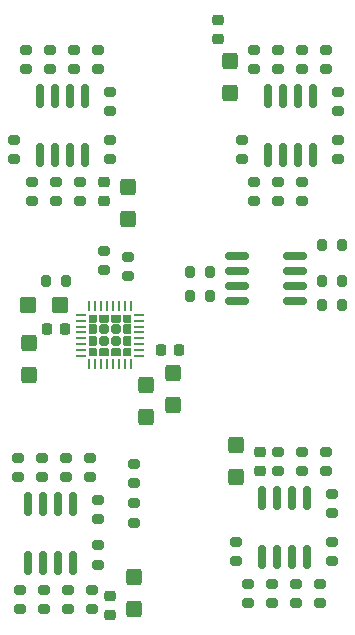
<source format=gbr>
%TF.GenerationSoftware,KiCad,Pcbnew,(6.0.5)*%
%TF.CreationDate,2022-06-21T23:16:53+02:00*%
%TF.ProjectId,eurorack-pmod-pcb,6575726f-7261-4636-9b2d-706d6f642d70,rev?*%
%TF.SameCoordinates,Original*%
%TF.FileFunction,Paste,Top*%
%TF.FilePolarity,Positive*%
%FSLAX46Y46*%
G04 Gerber Fmt 4.6, Leading zero omitted, Abs format (unit mm)*
G04 Created by KiCad (PCBNEW (6.0.5)) date 2022-06-21 23:16:53*
%MOMM*%
%LPD*%
G01*
G04 APERTURE LIST*
G04 Aperture macros list*
%AMRoundRect*
0 Rectangle with rounded corners*
0 $1 Rounding radius*
0 $2 $3 $4 $5 $6 $7 $8 $9 X,Y pos of 4 corners*
0 Add a 4 corners polygon primitive as box body*
4,1,4,$2,$3,$4,$5,$6,$7,$8,$9,$2,$3,0*
0 Add four circle primitives for the rounded corners*
1,1,$1+$1,$2,$3*
1,1,$1+$1,$4,$5*
1,1,$1+$1,$6,$7*
1,1,$1+$1,$8,$9*
0 Add four rect primitives between the rounded corners*
20,1,$1+$1,$2,$3,$4,$5,0*
20,1,$1+$1,$4,$5,$6,$7,0*
20,1,$1+$1,$6,$7,$8,$9,0*
20,1,$1+$1,$8,$9,$2,$3,0*%
%AMFreePoly0*
4,1,48,0.195015,0.341746,0.197191,0.342329,0.200525,0.340774,0.218481,0.337608,0.232451,0.325886,0.248978,0.318179,0.318179,0.248978,0.321152,0.244733,0.323103,0.243606,0.324361,0.240149,0.334819,0.225214,0.336409,0.207049,0.342646,0.189911,0.342646,-0.259112,0.340733,-0.269963,0.341377,-0.273618,0.339521,-0.276832,0.337608,-0.287682,0.323660,-0.304305,0.312807,-0.323103,
0.305724,-0.325681,0.300879,-0.331455,0.279505,-0.335224,0.259112,-0.342646,-0.259112,-0.342646,-0.269963,-0.340733,-0.273618,-0.341377,-0.276832,-0.339521,-0.287682,-0.337608,-0.304305,-0.323660,-0.323103,-0.312807,-0.325681,-0.305724,-0.331455,-0.300879,-0.335224,-0.279505,-0.342646,-0.259112,-0.342646,0.259112,-0.340733,0.269963,-0.341377,0.273618,-0.339521,0.276832,-0.337608,0.287682,
-0.323660,0.304305,-0.312807,0.323103,-0.305724,0.325681,-0.300879,0.331455,-0.279505,0.335224,-0.259112,0.342646,0.189911,0.342646,0.195015,0.341746,0.195015,0.341746,$1*%
%AMFreePoly1*
4,1,17,-0.208698,0.403113,0.269389,0.403113,0.321190,0.381657,0.342646,0.329856,0.342646,-0.329856,0.321190,-0.381657,0.269389,-0.403113,-0.208700,-0.403114,-0.260502,-0.381655,-0.321190,-0.320968,-0.342647,-0.269167,-0.342646,-0.269165,-0.342647,0.269167,-0.321190,0.320968,-0.260501,0.381657,-0.208700,0.403114,-0.208698,0.403113,-0.208698,0.403113,$1*%
%AMFreePoly2*
4,1,48,0.269963,0.340733,0.273618,0.341377,0.276832,0.339521,0.287682,0.337608,0.304305,0.323660,0.323103,0.312807,0.325681,0.305724,0.331455,0.300879,0.335224,0.279505,0.342646,0.259112,0.342646,-0.259112,0.340733,-0.269963,0.341377,-0.273618,0.339521,-0.276832,0.337608,-0.287682,0.323660,-0.304305,0.312807,-0.323103,0.305724,-0.325681,0.300879,-0.331455,0.279505,-0.335224,
0.259112,-0.342646,-0.189911,-0.342646,-0.195015,-0.341746,-0.197191,-0.342329,-0.200525,-0.340774,-0.218481,-0.337608,-0.232451,-0.325886,-0.248978,-0.318179,-0.318179,-0.248978,-0.321152,-0.244733,-0.323103,-0.243606,-0.324361,-0.240149,-0.334819,-0.225214,-0.336409,-0.207049,-0.342646,-0.189911,-0.342646,0.259112,-0.340733,0.269963,-0.341377,0.273618,-0.339521,0.276832,-0.337608,0.287682,
-0.323660,0.304305,-0.312807,0.323103,-0.305724,0.325681,-0.300879,0.331455,-0.279505,0.335224,-0.259112,0.342646,0.259112,0.342646,0.269963,0.340733,0.269963,0.340733,$1*%
%AMFreePoly3*
4,1,17,0.260501,0.381657,0.321190,0.320968,0.342646,0.269165,0.342647,-0.269167,0.338965,-0.278055,0.321188,-0.320969,0.260501,-0.381657,0.208700,-0.403114,0.208698,-0.403113,-0.269389,-0.403113,-0.321190,-0.381657,-0.342646,-0.329856,-0.342646,0.329856,-0.321190,0.381657,-0.269389,0.403113,0.208700,0.403114,0.260501,0.381657,0.260501,0.381657,$1*%
%AMFreePoly4*
4,1,48,0.269963,0.340733,0.273618,0.341377,0.276832,0.339521,0.287682,0.337608,0.304305,0.323660,0.323103,0.312807,0.325681,0.305724,0.331455,0.300879,0.335224,0.279505,0.342646,0.259112,0.342646,-0.259112,0.340733,-0.269963,0.341377,-0.273618,0.339521,-0.276832,0.337608,-0.287682,0.323660,-0.304305,0.312807,-0.323103,0.305724,-0.325681,0.300879,-0.331455,0.279505,-0.335224,
0.259112,-0.342646,-0.259112,-0.342646,-0.269963,-0.340733,-0.273618,-0.341377,-0.276832,-0.339521,-0.287682,-0.337608,-0.304305,-0.323660,-0.323103,-0.312807,-0.325681,-0.305724,-0.331455,-0.300879,-0.335224,-0.279505,-0.342646,-0.259112,-0.342646,0.189911,-0.341746,0.195015,-0.342329,0.197191,-0.340774,0.200525,-0.337608,0.218481,-0.325886,0.232451,-0.318179,0.248978,-0.248978,0.318179,
-0.244733,0.321152,-0.243606,0.323103,-0.240149,0.324361,-0.225214,0.334819,-0.207049,0.336409,-0.189911,0.342646,0.259112,0.342646,0.269963,0.340733,0.269963,0.340733,$1*%
%AMFreePoly5*
4,1,18,0.381657,0.321190,0.403113,0.269389,0.403114,-0.208700,0.399432,-0.217588,0.381655,-0.260502,0.320968,-0.321190,0.269167,-0.342647,0.269165,-0.342646,-0.269167,-0.342647,-0.320969,-0.321188,-0.381657,-0.260501,-0.403114,-0.208700,-0.403113,-0.208698,-0.403113,0.269389,-0.381657,0.321190,-0.329856,0.342646,0.329856,0.342646,0.381657,0.321190,0.381657,0.321190,$1*%
%AMFreePoly6*
4,1,48,0.269963,0.340733,0.273618,0.341377,0.276832,0.339521,0.287682,0.337608,0.304305,0.323660,0.323103,0.312807,0.325681,0.305724,0.331455,0.300879,0.335224,0.279505,0.342646,0.259112,0.342646,-0.189911,0.341746,-0.195015,0.342329,-0.197191,0.340774,-0.200525,0.337608,-0.218481,0.325886,-0.232451,0.318179,-0.248978,0.248978,-0.318179,0.244733,-0.321152,0.243606,-0.323103,
0.240149,-0.324361,0.225214,-0.334819,0.207049,-0.336409,0.189911,-0.342646,-0.259112,-0.342646,-0.269963,-0.340733,-0.273618,-0.341377,-0.276832,-0.339521,-0.287682,-0.337608,-0.304305,-0.323660,-0.323103,-0.312807,-0.325681,-0.305724,-0.331455,-0.300879,-0.335224,-0.279505,-0.342646,-0.259112,-0.342646,0.259112,-0.340733,0.269963,-0.341377,0.273618,-0.339521,0.276832,-0.337608,0.287682,
-0.323660,0.304305,-0.312807,0.323103,-0.305724,0.325681,-0.300879,0.331455,-0.279505,0.335224,-0.259112,0.342646,0.259112,0.342646,0.269963,0.340733,0.269963,0.340733,$1*%
%AMFreePoly7*
4,1,15,0.320968,0.321190,0.381657,0.260501,0.403113,0.208698,0.403113,-0.269389,0.381657,-0.321190,0.329856,-0.342646,-0.329856,-0.342646,-0.381657,-0.321190,-0.403113,-0.269389,-0.403114,0.208700,-0.381657,0.260501,-0.320968,0.321190,-0.269165,0.342646,0.269167,0.342647,0.320968,0.321190,0.320968,0.321190,$1*%
G04 Aperture macros list end*
%ADD10RoundRect,0.200000X0.275000X-0.200000X0.275000X0.200000X-0.275000X0.200000X-0.275000X-0.200000X0*%
%ADD11RoundRect,0.200000X0.200000X0.275000X-0.200000X0.275000X-0.200000X-0.275000X0.200000X-0.275000X0*%
%ADD12RoundRect,0.200000X-0.275000X0.200000X-0.275000X-0.200000X0.275000X-0.200000X0.275000X0.200000X0*%
%ADD13RoundRect,0.225000X-0.225000X-0.250000X0.225000X-0.250000X0.225000X0.250000X-0.225000X0.250000X0*%
%ADD14RoundRect,0.225000X-0.250000X0.225000X-0.250000X-0.225000X0.250000X-0.225000X0.250000X0.225000X0*%
%ADD15RoundRect,0.150000X0.150000X-0.825000X0.150000X0.825000X-0.150000X0.825000X-0.150000X-0.825000X0*%
%ADD16RoundRect,0.250000X-0.425000X0.450000X-0.425000X-0.450000X0.425000X-0.450000X0.425000X0.450000X0*%
%ADD17RoundRect,0.200000X-0.200000X-0.275000X0.200000X-0.275000X0.200000X0.275000X-0.200000X0.275000X0*%
%ADD18FreePoly0,0.000000*%
%ADD19FreePoly1,0.000000*%
%ADD20RoundRect,0.201557X-0.201556X-0.201556X0.201556X-0.201556X0.201556X0.201556X-0.201556X0.201556X0*%
%ADD21FreePoly2,0.000000*%
%ADD22FreePoly3,0.000000*%
%ADD23FreePoly4,0.000000*%
%ADD24FreePoly5,0.000000*%
%ADD25FreePoly6,0.000000*%
%ADD26FreePoly7,0.000000*%
%ADD27RoundRect,0.062500X-0.337500X-0.062500X0.337500X-0.062500X0.337500X0.062500X-0.337500X0.062500X0*%
%ADD28RoundRect,0.062500X-0.062500X-0.337500X0.062500X-0.337500X0.062500X0.337500X-0.062500X0.337500X0*%
%ADD29RoundRect,0.225000X0.250000X-0.225000X0.250000X0.225000X-0.250000X0.225000X-0.250000X-0.225000X0*%
%ADD30RoundRect,0.250000X0.425000X-0.450000X0.425000X0.450000X-0.425000X0.450000X-0.425000X-0.450000X0*%
%ADD31RoundRect,0.225000X0.225000X0.250000X-0.225000X0.250000X-0.225000X-0.250000X0.225000X-0.250000X0*%
%ADD32RoundRect,0.250000X0.450000X0.425000X-0.450000X0.425000X-0.450000X-0.425000X0.450000X-0.425000X0*%
%ADD33RoundRect,0.150000X-0.825000X-0.150000X0.825000X-0.150000X0.825000X0.150000X-0.825000X0.150000X0*%
G04 APERTURE END LIST*
D10*
%TO.C,R29*%
X2032000Y-32321000D03*
X2032000Y-30671000D03*
%TD*%
D11*
%TO.C,R6*%
X17589000Y-49530000D03*
X15939000Y-49530000D03*
%TD*%
D12*
%TO.C,R17*%
X23368000Y-30671000D03*
X23368000Y-32321000D03*
%TD*%
D10*
%TO.C,R42*%
X26924000Y-77533000D03*
X26924000Y-75883000D03*
%TD*%
%TO.C,R47*%
X27940000Y-69913000D03*
X27940000Y-68263000D03*
%TD*%
D12*
%TO.C,R45*%
X22860000Y-75883000D03*
X22860000Y-77533000D03*
%TD*%
%TO.C,R34*%
X3556000Y-76391000D03*
X3556000Y-78041000D03*
%TD*%
D13*
%TO.C,C4*%
X13449000Y-56134000D03*
X14999000Y-56134000D03*
%TD*%
D12*
%TO.C,R30*%
X9144000Y-34227000D03*
X9144000Y-35877000D03*
%TD*%
D14*
%TO.C,C14*%
X8636000Y-41897000D03*
X8636000Y-43447000D03*
%TD*%
D12*
%TO.C,R39*%
X3365000Y-65215000D03*
X3365000Y-66865000D03*
%TD*%
D15*
%TO.C,U5*%
X3175000Y-39559000D03*
X4445000Y-39559000D03*
X5715000Y-39559000D03*
X6985000Y-39559000D03*
X6985000Y-34609000D03*
X5715000Y-34609000D03*
X4445000Y-34609000D03*
X3175000Y-34609000D03*
%TD*%
D11*
%TO.C,R5*%
X28765000Y-47244000D03*
X27115000Y-47244000D03*
%TD*%
D12*
%TO.C,R1*%
X11176000Y-65723000D03*
X11176000Y-67373000D03*
%TD*%
D16*
%TO.C,C10*%
X12192000Y-59102000D03*
X12192000Y-61802000D03*
%TD*%
D17*
%TO.C,R3*%
X15939000Y-51562000D03*
X17589000Y-51562000D03*
%TD*%
D10*
%TO.C,R11*%
X20320000Y-39941000D03*
X20320000Y-38291000D03*
%TD*%
D12*
%TO.C,R43*%
X20828000Y-75883000D03*
X20828000Y-77533000D03*
%TD*%
D10*
%TO.C,R48*%
X23368000Y-66357000D03*
X23368000Y-64707000D03*
%TD*%
D18*
%TO.C,U3*%
X7719000Y-56289000D03*
D19*
X10569000Y-54364000D03*
D20*
X9644000Y-55364000D03*
D21*
X10569000Y-53439000D03*
D22*
X7719000Y-55364000D03*
D23*
X10569000Y-56289000D03*
D19*
X10569000Y-55364000D03*
D24*
X8644000Y-53439000D03*
D22*
X7719000Y-54364000D03*
D24*
X9644000Y-53439000D03*
D25*
X7719000Y-53439000D03*
D20*
X8644000Y-54364000D03*
D26*
X8644000Y-56289000D03*
D20*
X9644000Y-54364000D03*
X8644000Y-55364000D03*
D26*
X9644000Y-56289000D03*
D27*
X6694000Y-53114000D03*
X6694000Y-53614000D03*
X6694000Y-54114000D03*
X6694000Y-54614000D03*
X6694000Y-55114000D03*
X6694000Y-55614000D03*
X6694000Y-56114000D03*
X6694000Y-56614000D03*
D28*
X7394000Y-57314000D03*
X7894000Y-57314000D03*
X8394000Y-57314000D03*
X8894000Y-57314000D03*
X9394000Y-57314000D03*
X9894000Y-57314000D03*
X10394000Y-57314000D03*
X10894000Y-57314000D03*
D27*
X11594000Y-56614000D03*
X11594000Y-56114000D03*
X11594000Y-55614000D03*
X11594000Y-55114000D03*
X11594000Y-54614000D03*
X11594000Y-54114000D03*
X11594000Y-53614000D03*
X11594000Y-53114000D03*
D28*
X10894000Y-52414000D03*
X10394000Y-52414000D03*
X9894000Y-52414000D03*
X9394000Y-52414000D03*
X8894000Y-52414000D03*
X8394000Y-52414000D03*
X7894000Y-52414000D03*
X7394000Y-52414000D03*
%TD*%
D29*
%TO.C,C16*%
X9144000Y-78499000D03*
X9144000Y-76949000D03*
%TD*%
D12*
%TO.C,R27*%
X4064000Y-30671000D03*
X4064000Y-32321000D03*
%TD*%
%TO.C,R25*%
X6604000Y-41847000D03*
X6604000Y-43497000D03*
%TD*%
%TO.C,R33*%
X1524000Y-76391000D03*
X1524000Y-78041000D03*
%TD*%
D10*
%TO.C,R2*%
X11176000Y-70738000D03*
X11176000Y-69088000D03*
%TD*%
%TO.C,R49*%
X25400000Y-66357000D03*
X25400000Y-64707000D03*
%TD*%
D12*
%TO.C,R26*%
X8128000Y-30671000D03*
X8128000Y-32321000D03*
%TD*%
D10*
%TO.C,R22*%
X2540000Y-43497000D03*
X2540000Y-41847000D03*
%TD*%
D12*
%TO.C,R44*%
X19812000Y-72327000D03*
X19812000Y-73977000D03*
%TD*%
D17*
%TO.C,R7*%
X27115000Y-52324000D03*
X28765000Y-52324000D03*
%TD*%
D30*
%TO.C,C11*%
X19812000Y-66882000D03*
X19812000Y-64182000D03*
%TD*%
D12*
%TO.C,R18*%
X25400000Y-30671000D03*
X25400000Y-32321000D03*
%TD*%
D10*
%TO.C,R23*%
X4572000Y-43497000D03*
X4572000Y-41847000D03*
%TD*%
D15*
%TO.C,U4*%
X22479000Y-39559000D03*
X23749000Y-39559000D03*
X25019000Y-39559000D03*
X26289000Y-39559000D03*
X26289000Y-34609000D03*
X25019000Y-34609000D03*
X23749000Y-34609000D03*
X22479000Y-34609000D03*
%TD*%
D17*
%TO.C,R4*%
X27115000Y-50292000D03*
X28765000Y-50292000D03*
%TD*%
D16*
%TO.C,C13*%
X10668000Y-42338000D03*
X10668000Y-45038000D03*
%TD*%
D12*
%TO.C,R37*%
X7429000Y-65215000D03*
X7429000Y-66865000D03*
%TD*%
D30*
%TO.C,C15*%
X11176000Y-78058000D03*
X11176000Y-75358000D03*
%TD*%
D16*
%TO.C,C3*%
X14478000Y-58086000D03*
X14478000Y-60786000D03*
%TD*%
D31*
%TO.C,C6*%
X5347000Y-54356000D03*
X3797000Y-54356000D03*
%TD*%
D30*
%TO.C,C17*%
X19304000Y-34370000D03*
X19304000Y-31670000D03*
%TD*%
D32*
%TO.C,C5*%
X4906000Y-52324000D03*
X2206000Y-52324000D03*
%TD*%
D10*
%TO.C,R46*%
X27940000Y-73977000D03*
X27940000Y-72327000D03*
%TD*%
%TO.C,R10*%
X8636000Y-49339000D03*
X8636000Y-47689000D03*
%TD*%
D12*
%TO.C,R35*%
X5588000Y-76391000D03*
X5588000Y-78041000D03*
%TD*%
D14*
%TO.C,C18*%
X18288000Y-28181000D03*
X18288000Y-29731000D03*
%TD*%
D10*
%TO.C,R9*%
X10668000Y-49847000D03*
X10668000Y-48197000D03*
%TD*%
D15*
%TO.C,U7*%
X21971000Y-73595000D03*
X23241000Y-73595000D03*
X24511000Y-73595000D03*
X25781000Y-73595000D03*
X25781000Y-68645000D03*
X24511000Y-68645000D03*
X23241000Y-68645000D03*
X21971000Y-68645000D03*
%TD*%
D12*
%TO.C,R21*%
X9144000Y-38291000D03*
X9144000Y-39941000D03*
%TD*%
D29*
%TO.C,C12*%
X21844000Y-66307000D03*
X21844000Y-64757000D03*
%TD*%
D12*
%TO.C,R19*%
X21336000Y-30671000D03*
X21336000Y-32321000D03*
%TD*%
%TO.C,R15*%
X25400000Y-41847000D03*
X25400000Y-43497000D03*
%TD*%
D33*
%TO.C,U2*%
X19877000Y-48133000D03*
X19877000Y-49403000D03*
X19877000Y-50673000D03*
X19877000Y-51943000D03*
X24827000Y-51943000D03*
X24827000Y-50673000D03*
X24827000Y-49403000D03*
X24827000Y-48133000D03*
%TD*%
D12*
%TO.C,R20*%
X28448000Y-34227000D03*
X28448000Y-35877000D03*
%TD*%
D10*
%TO.C,R24*%
X1016000Y-39941000D03*
X1016000Y-38291000D03*
%TD*%
D12*
%TO.C,R28*%
X6096000Y-30671000D03*
X6096000Y-32321000D03*
%TD*%
%TO.C,R31*%
X8128000Y-72644000D03*
X8128000Y-74294000D03*
%TD*%
D10*
%TO.C,R13*%
X28448000Y-39941000D03*
X28448000Y-38291000D03*
%TD*%
D12*
%TO.C,R32*%
X7620000Y-76391000D03*
X7620000Y-78041000D03*
%TD*%
D15*
%TO.C,U6*%
X2159000Y-74103000D03*
X3429000Y-74103000D03*
X4699000Y-74103000D03*
X5969000Y-74103000D03*
X5969000Y-69153000D03*
X4699000Y-69153000D03*
X3429000Y-69153000D03*
X2159000Y-69153000D03*
%TD*%
D10*
%TO.C,R36*%
X8128000Y-70421000D03*
X8128000Y-68771000D03*
%TD*%
D12*
%TO.C,R12*%
X23368000Y-41847000D03*
X23368000Y-43497000D03*
%TD*%
D11*
%TO.C,R8*%
X5397000Y-50292000D03*
X3747000Y-50292000D03*
%TD*%
D10*
%TO.C,R41*%
X24892000Y-77533000D03*
X24892000Y-75883000D03*
%TD*%
D12*
%TO.C,R14*%
X21336000Y-41847000D03*
X21336000Y-43497000D03*
%TD*%
%TO.C,R16*%
X27432000Y-30671000D03*
X27432000Y-32321000D03*
%TD*%
D10*
%TO.C,R40*%
X5397000Y-66865000D03*
X5397000Y-65215000D03*
%TD*%
D16*
%TO.C,C9*%
X2286000Y-55546000D03*
X2286000Y-58246000D03*
%TD*%
D10*
%TO.C,R38*%
X1333000Y-66865000D03*
X1333000Y-65215000D03*
%TD*%
%TO.C,R50*%
X27432000Y-66357000D03*
X27432000Y-64707000D03*
%TD*%
M02*

</source>
